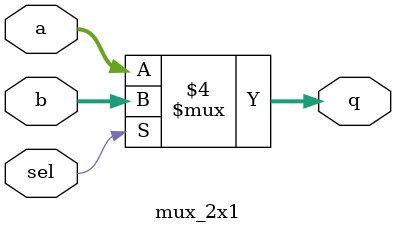
<source format=v>
module mux_2x1 #(
	parameter data_width = 8
	)
	(
	input [data_width-1:0] a,
	input [data_width-1:0] b,
	input sel,
	output reg [data_width-1:0] q
	);
	
	always @(a or b or sel)
	begin
		if (sel == 0) begin
			q <= a;
		end else begin
			q <= b;
		end
	end
	
endmodule

</source>
